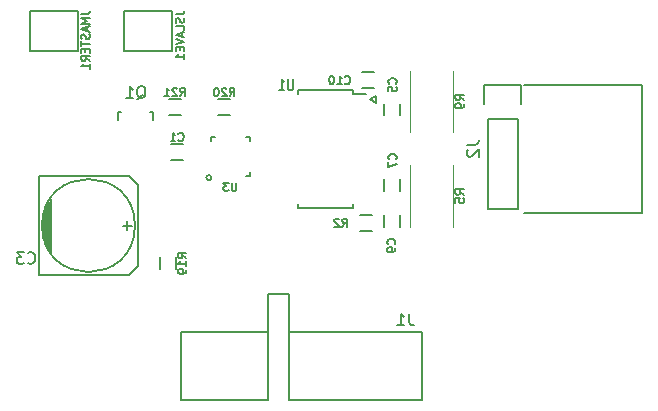
<source format=gbr>
G04 #@! TF.FileFunction,Legend,Bot*
%FSLAX46Y46*%
G04 Gerber Fmt 4.6, Leading zero omitted, Abs format (unit mm)*
G04 Created by KiCad (PCBNEW 4.0.6-e0-6349~53~ubuntu14.04.1) date Wed Apr 12 13:40:46 2017*
%MOMM*%
%LPD*%
G01*
G04 APERTURE LIST*
%ADD10C,0.100000*%
%ADD11C,0.152400*%
%ADD12C,0.150000*%
%ADD13C,0.120000*%
%ADD14C,0.130000*%
G04 APERTURE END LIST*
D10*
D11*
X155800000Y-77800000D02*
X156300000Y-77500000D01*
X156300000Y-77500000D02*
X156300000Y-78100000D01*
X156300000Y-78100000D02*
X155800000Y-77800000D01*
D12*
X154325000Y-77025000D02*
X154325000Y-77350000D01*
X149675000Y-77025000D02*
X149675000Y-77350000D01*
X149675000Y-86975000D02*
X149675000Y-86650000D01*
X154325000Y-86975000D02*
X154325000Y-86650000D01*
X154325000Y-77025000D02*
X149675000Y-77025000D01*
X154325000Y-86975000D02*
X149675000Y-86975000D01*
X154325000Y-77350000D02*
X155400000Y-77350000D01*
X148900180Y-97500640D02*
X148900180Y-94300240D01*
X148900180Y-94300240D02*
X147099320Y-94300240D01*
X147099320Y-94300240D02*
X147099320Y-97500640D01*
X160200640Y-97500640D02*
X148900180Y-97500640D01*
X148900180Y-97500640D02*
X148900180Y-103299460D01*
X148900180Y-103299460D02*
X160200640Y-103299460D01*
X160200640Y-103299460D02*
X160200640Y-97500640D01*
X139799360Y-97500640D02*
X147099320Y-97500640D01*
X147099320Y-103299460D02*
X139799360Y-103299460D01*
X147099320Y-97500640D02*
X147099320Y-103299460D01*
X139799360Y-97500640D02*
X139799360Y-103299460D01*
D11*
X142348607Y-84450000D02*
G75*
G03X142348607Y-84450000I-223607J0D01*
G01*
D12*
X145575000Y-84300000D02*
X145575000Y-83950000D01*
X142275000Y-81000000D02*
X142275000Y-81350000D01*
X145575000Y-81000000D02*
X145575000Y-81350000D01*
X142275000Y-81000000D02*
X142625000Y-81000000D01*
X145575000Y-81000000D02*
X145225000Y-81000000D01*
X145575000Y-84300000D02*
X145225000Y-84300000D01*
X128115000Y-89516000D02*
X128115000Y-87484000D01*
X128242000Y-87103000D02*
X128242000Y-89897000D01*
X128369000Y-90151000D02*
X128369000Y-86849000D01*
X128496000Y-86595000D02*
X128496000Y-90405000D01*
X128623000Y-86468000D02*
X128623000Y-90532000D01*
X128750000Y-90786000D02*
X128750000Y-86214000D01*
X127734000Y-92691000D02*
X127734000Y-84309000D01*
X127734000Y-84309000D02*
X135354000Y-84309000D01*
X135354000Y-84309000D02*
X136116000Y-85071000D01*
X136116000Y-85071000D02*
X136116000Y-91929000D01*
X136116000Y-91929000D02*
X135354000Y-92691000D01*
X135354000Y-92691000D02*
X127734000Y-92691000D01*
X135608000Y-88500000D02*
X134846000Y-88500000D01*
X135227000Y-88881000D02*
X135227000Y-88119000D01*
X135862000Y-88500000D02*
G75*
G03X135862000Y-88500000I-3937000J0D01*
G01*
D11*
X139040000Y-70300000D02*
X139040000Y-73700000D01*
X134960000Y-70300000D02*
X134960000Y-73700000D01*
X139040000Y-73700000D02*
X134960000Y-73700000D01*
X139040000Y-70300000D02*
X134960000Y-70300000D01*
X131040000Y-70300000D02*
X131040000Y-73700000D01*
X126960000Y-70300000D02*
X126960000Y-73700000D01*
X131040000Y-73700000D02*
X126960000Y-73700000D01*
X131040000Y-70300000D02*
X126960000Y-70300000D01*
D12*
X134625840Y-78849760D02*
X134674100Y-78849760D01*
X137424820Y-79550800D02*
X137424820Y-78849760D01*
X137424820Y-78849760D02*
X137175900Y-78849760D01*
X134625840Y-78849760D02*
X134425180Y-78849760D01*
X134425180Y-78849760D02*
X134425180Y-79550800D01*
X142925000Y-79175000D02*
X143925000Y-79175000D01*
X143925000Y-77825000D02*
X142925000Y-77825000D01*
X138725000Y-79175000D02*
X139725000Y-79175000D01*
X139725000Y-77825000D02*
X138725000Y-77825000D01*
X156950000Y-78175000D02*
X156950000Y-79175000D01*
X158300000Y-79175000D02*
X158300000Y-78175000D01*
X158300000Y-85600000D02*
X158300000Y-84600000D01*
X156950000Y-84600000D02*
X156950000Y-85600000D01*
X156950000Y-87600000D02*
X156950000Y-88600000D01*
X158300000Y-88600000D02*
X158300000Y-87600000D01*
X155125000Y-76875000D02*
X156125000Y-76875000D01*
X156125000Y-75525000D02*
X155125000Y-75525000D01*
X154925000Y-88975000D02*
X155925000Y-88975000D01*
X155925000Y-87625000D02*
X154925000Y-87625000D01*
D13*
X162820000Y-88600000D02*
X162820000Y-83400000D01*
X159180000Y-83400000D02*
X159180000Y-88600000D01*
X159180000Y-75400000D02*
X159180000Y-80600000D01*
X162820000Y-80600000D02*
X162820000Y-75400000D01*
D12*
X137950000Y-91200000D02*
X137950000Y-92200000D01*
X139300000Y-92200000D02*
X139300000Y-91200000D01*
X138925000Y-82975000D02*
X139925000Y-82975000D01*
X139925000Y-81625000D02*
X138925000Y-81625000D01*
D11*
X168800000Y-76600000D02*
X178800000Y-76600000D01*
X178800000Y-76600000D02*
X178800000Y-87400000D01*
X178800000Y-87400000D02*
X168800000Y-87400000D01*
D12*
X165730000Y-79460000D02*
X165730000Y-87080000D01*
X168270000Y-79460000D02*
X168270000Y-87080000D01*
X168550000Y-76640000D02*
X168550000Y-78190000D01*
X165730000Y-87080000D02*
X168270000Y-87080000D01*
X168270000Y-79460000D02*
X165730000Y-79460000D01*
X165450000Y-78190000D02*
X165450000Y-76640000D01*
X165450000Y-76640000D02*
X168550000Y-76640000D01*
X149246429Y-76052381D02*
X149246429Y-76861905D01*
X149210714Y-76957143D01*
X149175000Y-77004762D01*
X149103571Y-77052381D01*
X148960714Y-77052381D01*
X148889286Y-77004762D01*
X148853571Y-76957143D01*
X148817857Y-76861905D01*
X148817857Y-76052381D01*
X148067857Y-77052381D02*
X148496429Y-77052381D01*
X148282143Y-77052381D02*
X148282143Y-76052381D01*
X148353572Y-76195238D01*
X148425000Y-76290476D01*
X148496429Y-76338095D01*
X159083333Y-95952381D02*
X159083333Y-96666667D01*
X159130953Y-96809524D01*
X159226191Y-96904762D01*
X159369048Y-96952381D01*
X159464286Y-96952381D01*
X158083333Y-96952381D02*
X158654762Y-96952381D01*
X158369048Y-96952381D02*
X158369048Y-95952381D01*
X158464286Y-96095238D01*
X158559524Y-96190476D01*
X158654762Y-96238095D01*
X144458333Y-84866667D02*
X144458333Y-85433333D01*
X144425000Y-85500000D01*
X144391667Y-85533333D01*
X144325000Y-85566667D01*
X144191667Y-85566667D01*
X144125000Y-85533333D01*
X144091667Y-85500000D01*
X144058333Y-85433333D01*
X144058333Y-84866667D01*
X143791667Y-84866667D02*
X143358334Y-84866667D01*
X143591667Y-85133333D01*
X143491667Y-85133333D01*
X143425000Y-85166667D01*
X143391667Y-85200000D01*
X143358334Y-85266667D01*
X143358334Y-85433333D01*
X143391667Y-85500000D01*
X143425000Y-85533333D01*
X143491667Y-85566667D01*
X143691667Y-85566667D01*
X143758334Y-85533333D01*
X143791667Y-85500000D01*
X126791666Y-91657143D02*
X126839285Y-91704762D01*
X126982142Y-91752381D01*
X127077380Y-91752381D01*
X127220238Y-91704762D01*
X127315476Y-91609524D01*
X127363095Y-91514286D01*
X127410714Y-91323810D01*
X127410714Y-91180952D01*
X127363095Y-90990476D01*
X127315476Y-90895238D01*
X127220238Y-90800000D01*
X127077380Y-90752381D01*
X126982142Y-90752381D01*
X126839285Y-90800000D01*
X126791666Y-90847619D01*
X126458333Y-90752381D02*
X125839285Y-90752381D01*
X126172619Y-91133333D01*
X126029761Y-91133333D01*
X125934523Y-91180952D01*
X125886904Y-91228571D01*
X125839285Y-91323810D01*
X125839285Y-91561905D01*
X125886904Y-91657143D01*
X125934523Y-91704762D01*
X126029761Y-91752381D01*
X126315476Y-91752381D01*
X126410714Y-91704762D01*
X126458333Y-91657143D01*
D14*
X139316667Y-70633334D02*
X139816667Y-70633334D01*
X139916667Y-70600000D01*
X139983333Y-70533334D01*
X140016667Y-70433334D01*
X140016667Y-70366667D01*
X139983333Y-70933333D02*
X140016667Y-71033333D01*
X140016667Y-71200000D01*
X139983333Y-71266667D01*
X139950000Y-71300000D01*
X139883333Y-71333333D01*
X139816667Y-71333333D01*
X139750000Y-71300000D01*
X139716667Y-71266667D01*
X139683333Y-71200000D01*
X139650000Y-71066667D01*
X139616667Y-71000000D01*
X139583333Y-70966667D01*
X139516667Y-70933333D01*
X139450000Y-70933333D01*
X139383333Y-70966667D01*
X139350000Y-71000000D01*
X139316667Y-71066667D01*
X139316667Y-71233333D01*
X139350000Y-71333333D01*
X140016667Y-71966667D02*
X140016667Y-71633334D01*
X139316667Y-71633334D01*
X139816667Y-72166667D02*
X139816667Y-72500001D01*
X140016667Y-72100001D02*
X139316667Y-72333334D01*
X140016667Y-72566667D01*
X139316667Y-72700001D02*
X140016667Y-72933334D01*
X139316667Y-73166667D01*
X139650000Y-73400001D02*
X139650000Y-73633334D01*
X140016667Y-73733334D02*
X140016667Y-73400001D01*
X139316667Y-73400001D01*
X139316667Y-73733334D01*
X140016667Y-74400000D02*
X140016667Y-74000000D01*
X140016667Y-74200000D02*
X139316667Y-74200000D01*
X139416667Y-74133334D01*
X139483333Y-74066667D01*
X139516667Y-74000000D01*
X131316667Y-70600001D02*
X131816667Y-70600001D01*
X131916667Y-70566667D01*
X131983333Y-70500001D01*
X132016667Y-70400001D01*
X132016667Y-70333334D01*
X132016667Y-70933334D02*
X131316667Y-70933334D01*
X131816667Y-71166667D01*
X131316667Y-71400000D01*
X132016667Y-71400000D01*
X131816667Y-71700000D02*
X131816667Y-72033334D01*
X132016667Y-71633334D02*
X131316667Y-71866667D01*
X132016667Y-72100000D01*
X131983333Y-72300000D02*
X132016667Y-72400000D01*
X132016667Y-72566667D01*
X131983333Y-72633334D01*
X131950000Y-72666667D01*
X131883333Y-72700000D01*
X131816667Y-72700000D01*
X131750000Y-72666667D01*
X131716667Y-72633334D01*
X131683333Y-72566667D01*
X131650000Y-72433334D01*
X131616667Y-72366667D01*
X131583333Y-72333334D01*
X131516667Y-72300000D01*
X131450000Y-72300000D01*
X131383333Y-72333334D01*
X131350000Y-72366667D01*
X131316667Y-72433334D01*
X131316667Y-72600000D01*
X131350000Y-72700000D01*
X131316667Y-72900001D02*
X131316667Y-73300001D01*
X132016667Y-73100001D02*
X131316667Y-73100001D01*
X131650000Y-73533334D02*
X131650000Y-73766667D01*
X132016667Y-73866667D02*
X132016667Y-73533334D01*
X131316667Y-73533334D01*
X131316667Y-73866667D01*
X132016667Y-74566667D02*
X131683333Y-74333333D01*
X132016667Y-74166667D02*
X131316667Y-74166667D01*
X131316667Y-74433333D01*
X131350000Y-74500000D01*
X131383333Y-74533333D01*
X131450000Y-74566667D01*
X131550000Y-74566667D01*
X131616667Y-74533333D01*
X131650000Y-74500000D01*
X131683333Y-74433333D01*
X131683333Y-74166667D01*
X132016667Y-75233333D02*
X132016667Y-74833333D01*
X132016667Y-75033333D02*
X131316667Y-75033333D01*
X131416667Y-74966667D01*
X131483333Y-74900000D01*
X131516667Y-74833333D01*
D12*
X136020238Y-77797619D02*
X136115476Y-77750000D01*
X136210714Y-77654762D01*
X136353571Y-77511905D01*
X136448810Y-77464286D01*
X136544048Y-77464286D01*
X136496429Y-77702381D02*
X136591667Y-77654762D01*
X136686905Y-77559524D01*
X136734524Y-77369048D01*
X136734524Y-77035714D01*
X136686905Y-76845238D01*
X136591667Y-76750000D01*
X136496429Y-76702381D01*
X136305952Y-76702381D01*
X136210714Y-76750000D01*
X136115476Y-76845238D01*
X136067857Y-77035714D01*
X136067857Y-77369048D01*
X136115476Y-77559524D01*
X136210714Y-77654762D01*
X136305952Y-77702381D01*
X136496429Y-77702381D01*
X135115476Y-77702381D02*
X135686905Y-77702381D01*
X135401191Y-77702381D02*
X135401191Y-76702381D01*
X135496429Y-76845238D01*
X135591667Y-76940476D01*
X135686905Y-76988095D01*
X143875000Y-77546667D02*
X144108334Y-77213333D01*
X144275000Y-77546667D02*
X144275000Y-76846667D01*
X144008334Y-76846667D01*
X143941667Y-76880000D01*
X143908334Y-76913333D01*
X143875000Y-76980000D01*
X143875000Y-77080000D01*
X143908334Y-77146667D01*
X143941667Y-77180000D01*
X144008334Y-77213333D01*
X144275000Y-77213333D01*
X143608334Y-76913333D02*
X143575000Y-76880000D01*
X143508334Y-76846667D01*
X143341667Y-76846667D01*
X143275000Y-76880000D01*
X143241667Y-76913333D01*
X143208334Y-76980000D01*
X143208334Y-77046667D01*
X143241667Y-77146667D01*
X143641667Y-77546667D01*
X143208334Y-77546667D01*
X142775000Y-76846667D02*
X142708333Y-76846667D01*
X142641667Y-76880000D01*
X142608333Y-76913333D01*
X142575000Y-76980000D01*
X142541667Y-77113333D01*
X142541667Y-77280000D01*
X142575000Y-77413333D01*
X142608333Y-77480000D01*
X142641667Y-77513333D01*
X142708333Y-77546667D01*
X142775000Y-77546667D01*
X142841667Y-77513333D01*
X142875000Y-77480000D01*
X142908333Y-77413333D01*
X142941667Y-77280000D01*
X142941667Y-77113333D01*
X142908333Y-76980000D01*
X142875000Y-76913333D01*
X142841667Y-76880000D01*
X142775000Y-76846667D01*
X139675000Y-77546667D02*
X139908334Y-77213333D01*
X140075000Y-77546667D02*
X140075000Y-76846667D01*
X139808334Y-76846667D01*
X139741667Y-76880000D01*
X139708334Y-76913333D01*
X139675000Y-76980000D01*
X139675000Y-77080000D01*
X139708334Y-77146667D01*
X139741667Y-77180000D01*
X139808334Y-77213333D01*
X140075000Y-77213333D01*
X139408334Y-76913333D02*
X139375000Y-76880000D01*
X139308334Y-76846667D01*
X139141667Y-76846667D01*
X139075000Y-76880000D01*
X139041667Y-76913333D01*
X139008334Y-76980000D01*
X139008334Y-77046667D01*
X139041667Y-77146667D01*
X139441667Y-77546667D01*
X139008334Y-77546667D01*
X138341667Y-77546667D02*
X138741667Y-77546667D01*
X138541667Y-77546667D02*
X138541667Y-76846667D01*
X138608333Y-76946667D01*
X138675000Y-77013333D01*
X138741667Y-77046667D01*
X157950000Y-76483334D02*
X157983333Y-76450000D01*
X158016667Y-76350000D01*
X158016667Y-76283334D01*
X157983333Y-76183334D01*
X157916667Y-76116667D01*
X157850000Y-76083334D01*
X157716667Y-76050000D01*
X157616667Y-76050000D01*
X157483333Y-76083334D01*
X157416667Y-76116667D01*
X157350000Y-76183334D01*
X157316667Y-76283334D01*
X157316667Y-76350000D01*
X157350000Y-76450000D01*
X157383333Y-76483334D01*
X157316667Y-77116667D02*
X157316667Y-76783334D01*
X157650000Y-76750000D01*
X157616667Y-76783334D01*
X157583333Y-76850000D01*
X157583333Y-77016667D01*
X157616667Y-77083334D01*
X157650000Y-77116667D01*
X157716667Y-77150000D01*
X157883333Y-77150000D01*
X157950000Y-77116667D01*
X157983333Y-77083334D01*
X158016667Y-77016667D01*
X158016667Y-76850000D01*
X157983333Y-76783334D01*
X157950000Y-76750000D01*
X157950000Y-82883334D02*
X157983333Y-82850000D01*
X158016667Y-82750000D01*
X158016667Y-82683334D01*
X157983333Y-82583334D01*
X157916667Y-82516667D01*
X157850000Y-82483334D01*
X157716667Y-82450000D01*
X157616667Y-82450000D01*
X157483333Y-82483334D01*
X157416667Y-82516667D01*
X157350000Y-82583334D01*
X157316667Y-82683334D01*
X157316667Y-82750000D01*
X157350000Y-82850000D01*
X157383333Y-82883334D01*
X157316667Y-83116667D02*
X157316667Y-83583334D01*
X158016667Y-83283334D01*
X157850000Y-90083334D02*
X157883333Y-90050000D01*
X157916667Y-89950000D01*
X157916667Y-89883334D01*
X157883333Y-89783334D01*
X157816667Y-89716667D01*
X157750000Y-89683334D01*
X157616667Y-89650000D01*
X157516667Y-89650000D01*
X157383333Y-89683334D01*
X157316667Y-89716667D01*
X157250000Y-89783334D01*
X157216667Y-89883334D01*
X157216667Y-89950000D01*
X157250000Y-90050000D01*
X157283333Y-90083334D01*
X157916667Y-90416667D02*
X157916667Y-90550000D01*
X157883333Y-90616667D01*
X157850000Y-90650000D01*
X157750000Y-90716667D01*
X157616667Y-90750000D01*
X157350000Y-90750000D01*
X157283333Y-90716667D01*
X157250000Y-90683334D01*
X157216667Y-90616667D01*
X157216667Y-90483334D01*
X157250000Y-90416667D01*
X157283333Y-90383334D01*
X157350000Y-90350000D01*
X157516667Y-90350000D01*
X157583333Y-90383334D01*
X157616667Y-90416667D01*
X157650000Y-90483334D01*
X157650000Y-90616667D01*
X157616667Y-90683334D01*
X157583333Y-90716667D01*
X157516667Y-90750000D01*
X153650000Y-76450000D02*
X153683334Y-76483333D01*
X153783334Y-76516667D01*
X153850000Y-76516667D01*
X153950000Y-76483333D01*
X154016667Y-76416667D01*
X154050000Y-76350000D01*
X154083334Y-76216667D01*
X154083334Y-76116667D01*
X154050000Y-75983333D01*
X154016667Y-75916667D01*
X153950000Y-75850000D01*
X153850000Y-75816667D01*
X153783334Y-75816667D01*
X153683334Y-75850000D01*
X153650000Y-75883333D01*
X152983334Y-76516667D02*
X153383334Y-76516667D01*
X153183334Y-76516667D02*
X153183334Y-75816667D01*
X153250000Y-75916667D01*
X153316667Y-75983333D01*
X153383334Y-76016667D01*
X152550000Y-75816667D02*
X152483333Y-75816667D01*
X152416667Y-75850000D01*
X152383333Y-75883333D01*
X152350000Y-75950000D01*
X152316667Y-76083333D01*
X152316667Y-76250000D01*
X152350000Y-76383333D01*
X152383333Y-76450000D01*
X152416667Y-76483333D01*
X152483333Y-76516667D01*
X152550000Y-76516667D01*
X152616667Y-76483333D01*
X152650000Y-76450000D01*
X152683333Y-76383333D01*
X152716667Y-76250000D01*
X152716667Y-76083333D01*
X152683333Y-75950000D01*
X152650000Y-75883333D01*
X152616667Y-75850000D01*
X152550000Y-75816667D01*
X153416666Y-88616667D02*
X153650000Y-88283333D01*
X153816666Y-88616667D02*
X153816666Y-87916667D01*
X153550000Y-87916667D01*
X153483333Y-87950000D01*
X153450000Y-87983333D01*
X153416666Y-88050000D01*
X153416666Y-88150000D01*
X153450000Y-88216667D01*
X153483333Y-88250000D01*
X153550000Y-88283333D01*
X153816666Y-88283333D01*
X153150000Y-87983333D02*
X153116666Y-87950000D01*
X153050000Y-87916667D01*
X152883333Y-87916667D01*
X152816666Y-87950000D01*
X152783333Y-87983333D01*
X152750000Y-88050000D01*
X152750000Y-88116667D01*
X152783333Y-88216667D01*
X153183333Y-88616667D01*
X152750000Y-88616667D01*
D14*
X163739286Y-85875000D02*
X163382143Y-85625000D01*
X163739286Y-85446428D02*
X162989286Y-85446428D01*
X162989286Y-85732143D01*
X163025000Y-85803571D01*
X163060714Y-85839286D01*
X163132143Y-85875000D01*
X163239286Y-85875000D01*
X163310714Y-85839286D01*
X163346429Y-85803571D01*
X163382143Y-85732143D01*
X163382143Y-85446428D01*
X162989286Y-86553571D02*
X162989286Y-86196428D01*
X163346429Y-86160714D01*
X163310714Y-86196428D01*
X163275000Y-86267857D01*
X163275000Y-86446428D01*
X163310714Y-86517857D01*
X163346429Y-86553571D01*
X163417857Y-86589286D01*
X163596429Y-86589286D01*
X163667857Y-86553571D01*
X163703571Y-86517857D01*
X163739286Y-86446428D01*
X163739286Y-86267857D01*
X163703571Y-86196428D01*
X163667857Y-86160714D01*
X163739286Y-77875000D02*
X163382143Y-77625000D01*
X163739286Y-77446428D02*
X162989286Y-77446428D01*
X162989286Y-77732143D01*
X163025000Y-77803571D01*
X163060714Y-77839286D01*
X163132143Y-77875000D01*
X163239286Y-77875000D01*
X163310714Y-77839286D01*
X163346429Y-77803571D01*
X163382143Y-77732143D01*
X163382143Y-77446428D01*
X163739286Y-78232143D02*
X163739286Y-78375000D01*
X163703571Y-78446428D01*
X163667857Y-78482143D01*
X163560714Y-78553571D01*
X163417857Y-78589286D01*
X163132143Y-78589286D01*
X163060714Y-78553571D01*
X163025000Y-78517857D01*
X162989286Y-78446428D01*
X162989286Y-78303571D01*
X163025000Y-78232143D01*
X163060714Y-78196428D01*
X163132143Y-78160714D01*
X163310714Y-78160714D01*
X163382143Y-78196428D01*
X163417857Y-78232143D01*
X163453571Y-78303571D01*
X163453571Y-78446428D01*
X163417857Y-78517857D01*
X163382143Y-78553571D01*
X163310714Y-78589286D01*
D12*
X140211667Y-91250000D02*
X139878333Y-91016666D01*
X140211667Y-90850000D02*
X139511667Y-90850000D01*
X139511667Y-91116666D01*
X139545000Y-91183333D01*
X139578333Y-91216666D01*
X139645000Y-91250000D01*
X139745000Y-91250000D01*
X139811667Y-91216666D01*
X139845000Y-91183333D01*
X139878333Y-91116666D01*
X139878333Y-90850000D01*
X140211667Y-91916666D02*
X140211667Y-91516666D01*
X140211667Y-91716666D02*
X139511667Y-91716666D01*
X139611667Y-91650000D01*
X139678333Y-91583333D01*
X139711667Y-91516666D01*
X140211667Y-92250000D02*
X140211667Y-92383333D01*
X140178333Y-92450000D01*
X140145000Y-92483333D01*
X140045000Y-92550000D01*
X139911667Y-92583333D01*
X139645000Y-92583333D01*
X139578333Y-92550000D01*
X139545000Y-92516667D01*
X139511667Y-92450000D01*
X139511667Y-92316667D01*
X139545000Y-92250000D01*
X139578333Y-92216667D01*
X139645000Y-92183333D01*
X139811667Y-92183333D01*
X139878333Y-92216667D01*
X139911667Y-92250000D01*
X139945000Y-92316667D01*
X139945000Y-92450000D01*
X139911667Y-92516667D01*
X139878333Y-92550000D01*
X139811667Y-92583333D01*
X139541666Y-81280000D02*
X139575000Y-81313333D01*
X139675000Y-81346667D01*
X139741666Y-81346667D01*
X139841666Y-81313333D01*
X139908333Y-81246667D01*
X139941666Y-81180000D01*
X139975000Y-81046667D01*
X139975000Y-80946667D01*
X139941666Y-80813333D01*
X139908333Y-80746667D01*
X139841666Y-80680000D01*
X139741666Y-80646667D01*
X139675000Y-80646667D01*
X139575000Y-80680000D01*
X139541666Y-80713333D01*
X138875000Y-81346667D02*
X139275000Y-81346667D01*
X139075000Y-81346667D02*
X139075000Y-80646667D01*
X139141666Y-80746667D01*
X139208333Y-80813333D01*
X139275000Y-80846667D01*
X163952381Y-81666667D02*
X164666667Y-81666667D01*
X164809524Y-81619047D01*
X164904762Y-81523809D01*
X164952381Y-81380952D01*
X164952381Y-81285714D01*
X164047619Y-82095238D02*
X164000000Y-82142857D01*
X163952381Y-82238095D01*
X163952381Y-82476191D01*
X164000000Y-82571429D01*
X164047619Y-82619048D01*
X164142857Y-82666667D01*
X164238095Y-82666667D01*
X164380952Y-82619048D01*
X164952381Y-82047619D01*
X164952381Y-82666667D01*
M02*

</source>
